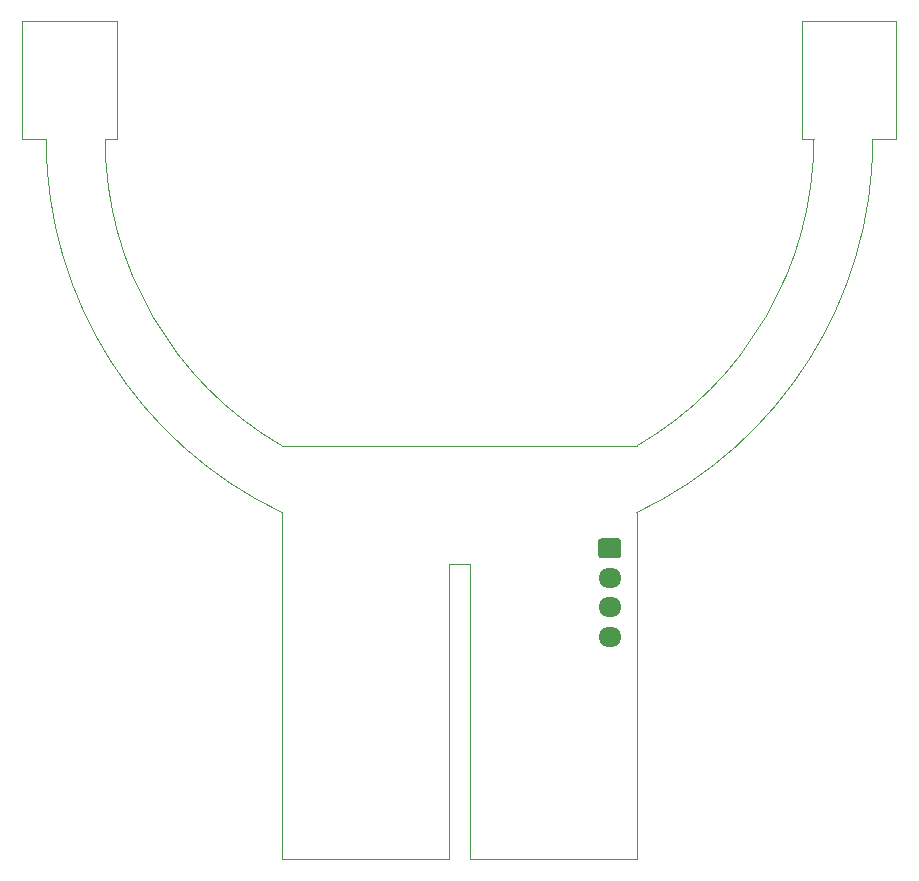
<source format=gbr>
%TF.GenerationSoftware,KiCad,Pcbnew,5.99.0-unknown-5405c09~101~ubuntu18.04.1*%
%TF.CreationDate,2020-04-21T20:28:15+03:00*%
%TF.ProjectId,Ultrasonic Flow Sensor,556c7472-6173-46f6-9e69-6320466c6f77,rev?*%
%TF.SameCoordinates,Original*%
%TF.FileFunction,Soldermask,Bot*%
%TF.FilePolarity,Negative*%
%FSLAX46Y46*%
G04 Gerber Fmt 4.6, Leading zero omitted, Abs format (unit mm)*
G04 Created by KiCad (PCBNEW 5.99.0-unknown-5405c09~101~ubuntu18.04.1) date 2020-04-21 20:28:15*
%MOMM*%
%LPD*%
G01*
G04 APERTURE LIST*
%TA.AperFunction,Profile*%
%ADD10C,0.100000*%
%TD*%
%ADD11O,1.950000X1.700000*%
G04 APERTURE END LIST*
D10*
X141287009Y-70021467D02*
G75*
G02*
X126287009Y-96002228I-29999999J0D01*
G01*
X126287008Y-131002229D02*
X126287008Y-101642228D01*
X148287010Y-70021467D02*
X146287009Y-70021467D01*
X141287009Y-70021467D02*
X140287010Y-70021467D01*
X140287010Y-60021467D02*
X148287010Y-60021467D01*
X74287010Y-60021467D02*
X82287010Y-60021467D01*
X96287010Y-96002229D02*
X126287009Y-96002228D01*
X140287010Y-70021467D02*
X140287010Y-60021467D01*
X110437010Y-106002229D02*
X112137010Y-106002229D01*
X96287008Y-131002229D02*
X110437010Y-131002229D01*
X112137010Y-106002229D02*
X112137010Y-131002229D01*
X96274281Y-101638202D02*
G75*
G02*
X76287010Y-70021467I15012729J31616735D01*
G01*
X74287010Y-70021467D02*
X74287010Y-60021467D01*
X96287010Y-96002229D02*
G75*
G02*
X81287010Y-70021467I15000000J25980762D01*
G01*
X76287010Y-70021467D02*
X74287010Y-70021467D01*
X82287010Y-70021467D02*
X81287010Y-70021467D01*
X82287010Y-60021467D02*
X82287010Y-70021467D01*
X146285188Y-70021467D02*
G75*
G02*
X126287008Y-101642228I-34998178J0D01*
G01*
X96287008Y-131002229D02*
X96274280Y-101638202D01*
X148287010Y-60021467D02*
X148287010Y-70021467D01*
X110437010Y-131002229D02*
X110437010Y-106002229D01*
X112137010Y-131002229D02*
X126287008Y-131002229D01*
X141287009Y-70021467D02*
G75*
G02*
X126287009Y-96002228I-29999999J0D01*
G01*
X126287008Y-131002229D02*
X126287008Y-101642228D01*
X148287010Y-70021467D02*
X146287009Y-70021467D01*
X141287009Y-70021467D02*
X140287010Y-70021467D01*
X140287010Y-60021467D02*
X148287010Y-60021467D01*
X74287010Y-60021467D02*
X82287010Y-60021467D01*
X96287010Y-96002229D02*
X126287009Y-96002228D01*
X140287010Y-70021467D02*
X140287010Y-60021467D01*
X110437010Y-106002229D02*
X112137010Y-106002229D01*
X96287008Y-131002229D02*
X110437010Y-131002229D01*
X112137010Y-106002229D02*
X112137010Y-131002229D01*
X96274281Y-101638202D02*
G75*
G02*
X76287010Y-70021467I15012729J31616735D01*
G01*
X74287010Y-70021467D02*
X74287010Y-60021467D01*
X96287010Y-96002229D02*
G75*
G02*
X81287010Y-70021467I15000000J25980762D01*
G01*
X76287010Y-70021467D02*
X74287010Y-70021467D01*
X82287010Y-70021467D02*
X81287010Y-70021467D01*
X82287010Y-60021467D02*
X82287010Y-70021467D01*
X146285188Y-70021467D02*
G75*
G02*
X126287008Y-101642228I-34998178J0D01*
G01*
X96287008Y-131002229D02*
X96274280Y-101638202D01*
X148287010Y-60021467D02*
X148287010Y-70021467D01*
X110437010Y-131002229D02*
X110437010Y-106002229D01*
X112137010Y-131002229D02*
X126287008Y-131002229D01*
D11*
%TO.C,J5*%
X123999010Y-112164229D03*
X123999010Y-109664229D03*
X123999010Y-107164229D03*
G36*
G01*
X123274010Y-103814229D02*
X124724010Y-103814229D01*
G75*
G02*
X124974010Y-104064229I0J-250000D01*
G01*
X124974010Y-105264229D01*
G75*
G02*
X124724010Y-105514229I-250000J0D01*
G01*
X123274010Y-105514229D01*
G75*
G02*
X123024010Y-105264229I0J250000D01*
G01*
X123024010Y-104064229D01*
G75*
G02*
X123274010Y-103814229I250000J0D01*
G01*
G37*
%TD*%
M02*

</source>
